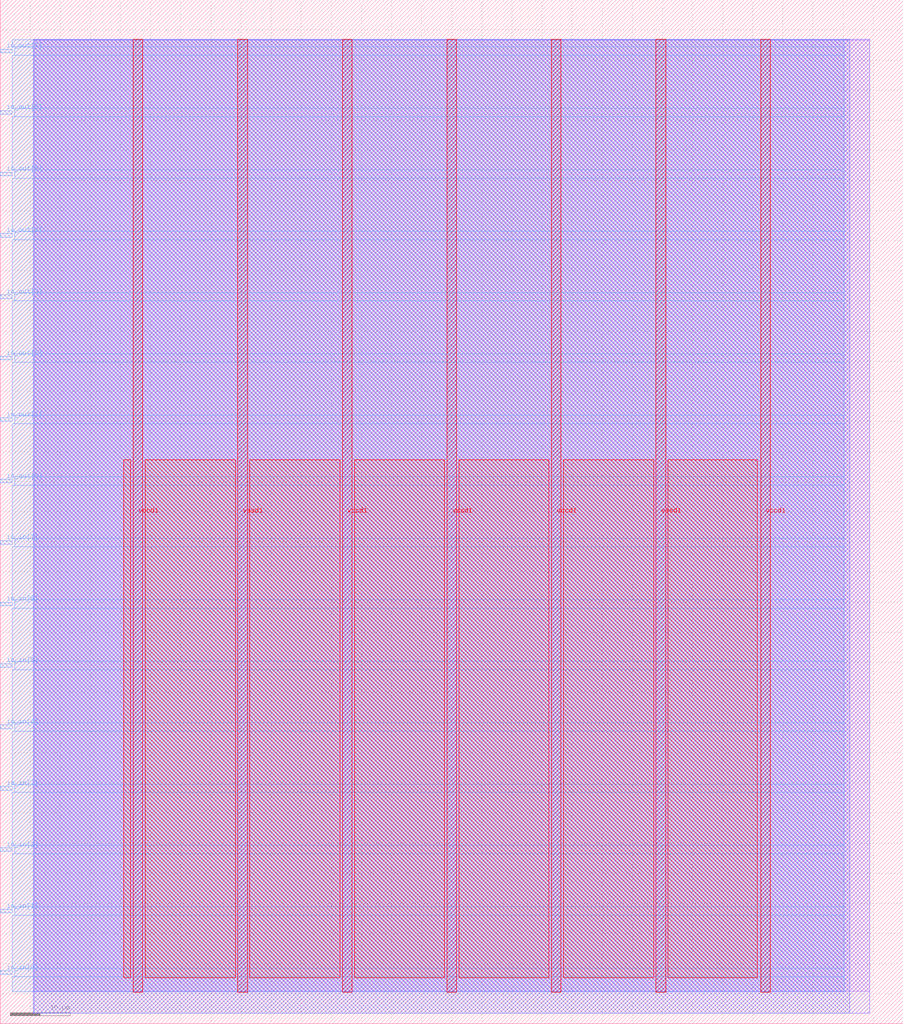
<source format=lef>
VERSION 5.7 ;
  NOWIREEXTENSIONATPIN ON ;
  DIVIDERCHAR "/" ;
  BUSBITCHARS "[]" ;
MACRO davidsiaw_stackcalc
  CLASS BLOCK ;
  FOREIGN davidsiaw_stackcalc ;
  ORIGIN 0.000 0.000 ;
  SIZE 150.000 BY 170.000 ;
  PIN io_in[0]
    DIRECTION INPUT ;
    USE SIGNAL ;
    PORT
      LAYER met3 ;
        RECT 0.000 8.200 2.000 8.800 ;
    END
  END io_in[0]
  PIN io_in[1]
    DIRECTION INPUT ;
    USE SIGNAL ;
    PORT
      LAYER met3 ;
        RECT 0.000 18.400 2.000 19.000 ;
    END
  END io_in[1]
  PIN io_in[2]
    DIRECTION INPUT ;
    USE SIGNAL ;
    PORT
      LAYER met3 ;
        RECT 0.000 28.600 2.000 29.200 ;
    END
  END io_in[2]
  PIN io_in[3]
    DIRECTION INPUT ;
    USE SIGNAL ;
    PORT
      LAYER met3 ;
        RECT 0.000 38.800 2.000 39.400 ;
    END
  END io_in[3]
  PIN io_in[4]
    DIRECTION INPUT ;
    USE SIGNAL ;
    PORT
      LAYER met3 ;
        RECT 0.000 49.000 2.000 49.600 ;
    END
  END io_in[4]
  PIN io_in[5]
    DIRECTION INPUT ;
    USE SIGNAL ;
    PORT
      LAYER met3 ;
        RECT 0.000 59.200 2.000 59.800 ;
    END
  END io_in[5]
  PIN io_in[6]
    DIRECTION INPUT ;
    USE SIGNAL ;
    PORT
      LAYER met3 ;
        RECT 0.000 69.400 2.000 70.000 ;
    END
  END io_in[6]
  PIN io_in[7]
    DIRECTION INPUT ;
    USE SIGNAL ;
    PORT
      LAYER met3 ;
        RECT 0.000 79.600 2.000 80.200 ;
    END
  END io_in[7]
  PIN io_out[0]
    DIRECTION OUTPUT TRISTATE ;
    USE SIGNAL ;
    PORT
      LAYER met3 ;
        RECT 0.000 89.800 2.000 90.400 ;
    END
  END io_out[0]
  PIN io_out[1]
    DIRECTION OUTPUT TRISTATE ;
    USE SIGNAL ;
    PORT
      LAYER met3 ;
        RECT 0.000 100.000 2.000 100.600 ;
    END
  END io_out[1]
  PIN io_out[2]
    DIRECTION OUTPUT TRISTATE ;
    USE SIGNAL ;
    PORT
      LAYER met3 ;
        RECT 0.000 110.200 2.000 110.800 ;
    END
  END io_out[2]
  PIN io_out[3]
    DIRECTION OUTPUT TRISTATE ;
    USE SIGNAL ;
    PORT
      LAYER met3 ;
        RECT 0.000 120.400 2.000 121.000 ;
    END
  END io_out[3]
  PIN io_out[4]
    DIRECTION OUTPUT TRISTATE ;
    USE SIGNAL ;
    PORT
      LAYER met3 ;
        RECT 0.000 130.600 2.000 131.200 ;
    END
  END io_out[4]
  PIN io_out[5]
    DIRECTION OUTPUT TRISTATE ;
    USE SIGNAL ;
    PORT
      LAYER met3 ;
        RECT 0.000 140.800 2.000 141.400 ;
    END
  END io_out[5]
  PIN io_out[6]
    DIRECTION OUTPUT TRISTATE ;
    USE SIGNAL ;
    PORT
      LAYER met3 ;
        RECT 0.000 151.000 2.000 151.600 ;
    END
  END io_out[6]
  PIN io_out[7]
    DIRECTION OUTPUT TRISTATE ;
    USE SIGNAL ;
    PORT
      LAYER met3 ;
        RECT 0.000 161.200 2.000 161.800 ;
    END
  END io_out[7]
  PIN vccd1
    DIRECTION INOUT ;
    USE POWER ;
    PORT
      LAYER met4 ;
        RECT 22.090 5.200 23.690 163.440 ;
    END
    PORT
      LAYER met4 ;
        RECT 56.830 5.200 58.430 163.440 ;
    END
    PORT
      LAYER met4 ;
        RECT 91.570 5.200 93.170 163.440 ;
    END
    PORT
      LAYER met4 ;
        RECT 126.310 5.200 127.910 163.440 ;
    END
  END vccd1
  PIN vssd1
    DIRECTION INOUT ;
    USE GROUND ;
    PORT
      LAYER met4 ;
        RECT 39.460 5.200 41.060 163.440 ;
    END
    PORT
      LAYER met4 ;
        RECT 74.200 5.200 75.800 163.440 ;
    END
    PORT
      LAYER met4 ;
        RECT 108.940 5.200 110.540 163.440 ;
    END
  END vssd1
  OBS
      LAYER li1 ;
        RECT 5.520 5.355 144.440 163.285 ;
      LAYER met1 ;
        RECT 5.520 1.740 144.440 163.440 ;
      LAYER met2 ;
        RECT 5.620 1.710 141.120 163.385 ;
      LAYER met3 ;
        RECT 2.000 162.200 140.235 163.365 ;
        RECT 2.400 160.800 140.235 162.200 ;
        RECT 2.000 152.000 140.235 160.800 ;
        RECT 2.400 150.600 140.235 152.000 ;
        RECT 2.000 141.800 140.235 150.600 ;
        RECT 2.400 140.400 140.235 141.800 ;
        RECT 2.000 131.600 140.235 140.400 ;
        RECT 2.400 130.200 140.235 131.600 ;
        RECT 2.000 121.400 140.235 130.200 ;
        RECT 2.400 120.000 140.235 121.400 ;
        RECT 2.000 111.200 140.235 120.000 ;
        RECT 2.400 109.800 140.235 111.200 ;
        RECT 2.000 101.000 140.235 109.800 ;
        RECT 2.400 99.600 140.235 101.000 ;
        RECT 2.000 90.800 140.235 99.600 ;
        RECT 2.400 89.400 140.235 90.800 ;
        RECT 2.000 80.600 140.235 89.400 ;
        RECT 2.400 79.200 140.235 80.600 ;
        RECT 2.000 70.400 140.235 79.200 ;
        RECT 2.400 69.000 140.235 70.400 ;
        RECT 2.000 60.200 140.235 69.000 ;
        RECT 2.400 58.800 140.235 60.200 ;
        RECT 2.000 50.000 140.235 58.800 ;
        RECT 2.400 48.600 140.235 50.000 ;
        RECT 2.000 39.800 140.235 48.600 ;
        RECT 2.400 38.400 140.235 39.800 ;
        RECT 2.000 29.600 140.235 38.400 ;
        RECT 2.400 28.200 140.235 29.600 ;
        RECT 2.000 19.400 140.235 28.200 ;
        RECT 2.400 18.000 140.235 19.400 ;
        RECT 2.000 9.200 140.235 18.000 ;
        RECT 2.400 7.800 140.235 9.200 ;
        RECT 2.000 5.275 140.235 7.800 ;
      LAYER met4 ;
        RECT 20.535 7.655 21.690 93.665 ;
        RECT 24.090 7.655 39.060 93.665 ;
        RECT 41.460 7.655 56.430 93.665 ;
        RECT 58.830 7.655 73.800 93.665 ;
        RECT 76.200 7.655 91.170 93.665 ;
        RECT 93.570 7.655 108.540 93.665 ;
        RECT 110.940 7.655 125.745 93.665 ;
  END
END davidsiaw_stackcalc
END LIBRARY


</source>
